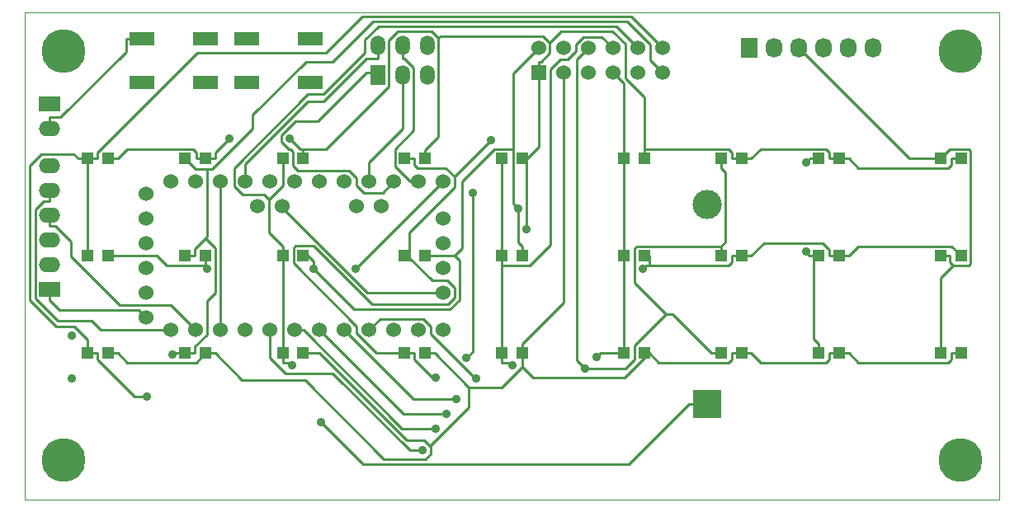
<source format=gbl>
G04 #@! TF.FileFunction,Copper,L2,Bot,Signal*
%FSLAX46Y46*%
G04 Gerber Fmt 4.6, Leading zero omitted, Abs format (unit mm)*
G04 Created by KiCad (PCBNEW 4.0.0-stable) date 21/02/2016 17:37:39*
%MOMM*%
G01*
G04 APERTURE LIST*
%ADD10C,0.150000*%
%ADD11C,0.100000*%
%ADD12C,4.500880*%
%ADD13R,2.199640X1.524000*%
%ADD14O,2.199640X1.524000*%
%ADD15R,1.524000X1.524000*%
%ADD16C,1.524000*%
%ADD17R,1.524000X1.998980*%
%ADD18O,1.524000X1.998980*%
%ADD19R,1.727200X2.032000*%
%ADD20O,1.727200X2.032000*%
%ADD21R,1.198880X1.198880*%
%ADD22C,2.999740*%
%ADD23R,2.997200X2.997200*%
%ADD24R,2.499360X1.397000*%
%ADD25C,0.899160*%
%ADD26C,0.889000*%
%ADD27C,0.254000*%
G04 APERTURE END LIST*
D10*
D11*
X100000000Y0D02*
X0Y0D01*
X100000000Y50000000D02*
X100000000Y0D01*
X0Y50000000D02*
X100000000Y50000000D01*
X0Y0D02*
X0Y50000000D01*
D12*
X4000000Y46000000D03*
X4000000Y4000000D03*
X96000000Y46000000D03*
X96000000Y4000000D03*
D13*
X2540000Y21590000D03*
D14*
X2540000Y24130000D03*
X2540000Y26670000D03*
X2540000Y29210000D03*
X2540000Y31750000D03*
X2540000Y34290000D03*
D13*
X2540000Y40640000D03*
D14*
X2540000Y38100000D03*
D15*
X52705000Y43815000D03*
D16*
X52705000Y46355000D03*
X55245000Y43815000D03*
X55245000Y46355000D03*
X57785000Y43815000D03*
X57785000Y46355000D03*
X60325000Y43815000D03*
X60325000Y46355000D03*
X62865000Y43815000D03*
X62865000Y46355000D03*
X65405000Y43815000D03*
X65405000Y46355000D03*
D17*
X36195000Y43566080D03*
D18*
X36195000Y46603920D03*
X38735000Y43566080D03*
X38735000Y46603920D03*
X41275000Y43566080D03*
X41275000Y46603920D03*
D19*
X74295000Y46355000D03*
D20*
X76835000Y46355000D03*
X79375000Y46355000D03*
X81915000Y46355000D03*
X84455000Y46355000D03*
X86995000Y46355000D03*
D16*
X17526000Y17399000D03*
X20066000Y17399000D03*
X22606000Y17399000D03*
X14986000Y17399000D03*
X25146000Y17399000D03*
X27686000Y17399000D03*
X30226000Y17399000D03*
X32766000Y17399000D03*
X35306000Y17399000D03*
X37846000Y17399000D03*
X40386000Y17399000D03*
X42926000Y17399000D03*
X42926000Y21209000D03*
X42926000Y23749000D03*
X42926000Y26289000D03*
X42926000Y28829000D03*
X42926000Y32639000D03*
X40386000Y32639000D03*
X37846000Y32639000D03*
X35306000Y32639000D03*
X32766000Y32639000D03*
X30226000Y32639000D03*
X27686000Y32639000D03*
X25146000Y32639000D03*
X22606000Y32639000D03*
X20066000Y32639000D03*
X17526000Y32639000D03*
X14986000Y32639000D03*
X12446000Y18669000D03*
X12446000Y23749000D03*
X12446000Y26289000D03*
X12446000Y28829000D03*
X12446000Y31369000D03*
X36576000Y30099000D03*
X34036000Y30099000D03*
X26416000Y30099000D03*
X23876000Y30099000D03*
X12446000Y21209000D03*
D21*
X93950980Y35000000D03*
X96049020Y35000000D03*
X6450980Y15000000D03*
X8549020Y15000000D03*
X16450980Y15000000D03*
X18549020Y15000000D03*
X26450980Y15000000D03*
X28549020Y15000000D03*
X93950980Y15000000D03*
X96049020Y15000000D03*
X6450980Y25000000D03*
X8549020Y25000000D03*
X16450980Y25000000D03*
X18549020Y25000000D03*
X26450980Y25000000D03*
X28549020Y25000000D03*
X93950980Y25000000D03*
X96049020Y25000000D03*
X6450980Y35000000D03*
X8549020Y35000000D03*
X16450980Y35000000D03*
X18549020Y35000000D03*
X26450980Y35000000D03*
X28549020Y35000000D03*
X38950980Y15000000D03*
X41049020Y15000000D03*
X48950980Y15000000D03*
X51049020Y15000000D03*
X38950980Y25000000D03*
X41049020Y25000000D03*
X48950980Y25000000D03*
X51049020Y25000000D03*
X38950980Y35000000D03*
X41049020Y35000000D03*
X48950980Y35000000D03*
X51049020Y35000000D03*
X81450980Y35000000D03*
X83549020Y35000000D03*
X71450980Y35000000D03*
X73549020Y35000000D03*
X61450980Y35000000D03*
X63549020Y35000000D03*
X81450980Y25000000D03*
X83549020Y25000000D03*
X71450980Y25000000D03*
X73549020Y25000000D03*
X61450980Y25000000D03*
X63549020Y25000000D03*
X81450980Y15000000D03*
X83549020Y15000000D03*
X71450980Y15000000D03*
X73549020Y15000000D03*
X61450980Y15000000D03*
X63549020Y15000000D03*
D22*
X70000000Y30283200D03*
D23*
X70000000Y9785400D03*
D24*
X11991340Y42834560D03*
X11991340Y47335440D03*
X18491200Y42834560D03*
X18491200Y47335440D03*
X22786340Y42834560D03*
X22786340Y47335440D03*
X29286200Y42834560D03*
X29286200Y47335440D03*
D25*
X4843780Y16804640D03*
X4843780Y12405360D03*
D26*
X45950300Y31440500D03*
X45325400Y14523400D03*
X80138800Y25453200D03*
X80138800Y34610500D03*
X57466100Y13395600D03*
X58645500Y14590200D03*
X50025800Y13744700D03*
X42111000Y12500000D03*
X47812400Y36839900D03*
X27443300Y13772100D03*
X15117300Y14870700D03*
X12491400Y10523300D03*
X27149000Y37071100D03*
X20950000Y37071100D03*
X51467400Y27768400D03*
X63413500Y23701700D03*
X50628600Y29830400D03*
X29632100Y23690900D03*
X18667000Y23690900D03*
X30423500Y7905000D03*
X33922400Y23635400D03*
X46302100Y12403500D03*
X44237500Y10290500D03*
X43211400Y8792000D03*
X42163800Y7275800D03*
X40797500Y5028200D03*
D27*
X36195000Y46355000D02*
X36195000Y45223100D01*
X35063200Y45223100D02*
X36195000Y45223100D01*
X30676000Y40835900D02*
X35063200Y45223100D01*
X29016000Y40835900D02*
X30676000Y40835900D01*
X22606000Y34425900D02*
X29016000Y40835900D01*
X22606000Y32639000D02*
X22606000Y34425900D01*
X30055000Y38818300D02*
X35051700Y43815000D01*
X27722900Y38818300D02*
X30055000Y38818300D01*
X26291900Y37387300D02*
X27722900Y38818300D01*
X26291900Y36742700D02*
X26291900Y37387300D01*
X37846000Y32639000D02*
X36693400Y31486400D01*
X36195000Y43815000D02*
X35051700Y43815000D01*
X27053800Y35980800D02*
X26291900Y36742700D01*
X27265900Y35980800D02*
X27053800Y35980800D01*
X27520300Y35726400D02*
X27265900Y35980800D01*
X27520300Y34290500D02*
X27520300Y35726400D01*
X28028400Y33782400D02*
X27520300Y34290500D01*
X33275300Y33782400D02*
X28028400Y33782400D01*
X34036000Y33021700D02*
X33275300Y33782400D01*
X34036000Y32260900D02*
X34036000Y33021700D01*
X34810500Y31486400D02*
X34036000Y32260900D01*
X36693400Y31486400D02*
X34810500Y31486400D01*
X45950300Y15148300D02*
X45325400Y14523400D01*
X45950300Y31440500D02*
X45950300Y15148300D01*
X38971800Y45223100D02*
X38735000Y45223100D01*
X39893500Y44301400D02*
X38971800Y45223100D01*
X39893500Y37904100D02*
X39893500Y44301400D01*
X37970200Y35980800D02*
X39893500Y37904100D01*
X37970200Y34188300D02*
X37970200Y35980800D01*
X39519500Y32639000D02*
X37970200Y34188300D01*
X40386000Y32639000D02*
X39519500Y32639000D01*
X38735000Y46355000D02*
X38735000Y45223100D01*
X35306000Y34605800D02*
X35306000Y32639000D01*
X38735000Y38034800D02*
X35306000Y34605800D01*
X38735000Y43815000D02*
X38735000Y38034800D01*
X26416000Y29956300D02*
X26416000Y30099000D01*
X35163300Y21209000D02*
X26416000Y29956300D01*
X42926000Y21209000D02*
X35163300Y21209000D01*
X20066000Y17399000D02*
X20066000Y32639000D01*
X90730000Y35000000D02*
X79375000Y46355000D01*
X93951000Y35000000D02*
X90730000Y35000000D01*
X93951000Y35000000D02*
X94931800Y35980800D01*
X94931800Y35980800D02*
X96816400Y35980800D01*
X96816400Y35980800D02*
X97032900Y35764300D01*
X97032900Y35764300D02*
X97032900Y24209200D01*
X97032900Y24209200D02*
X96843000Y24019300D01*
X96843000Y24019300D02*
X95268700Y24019300D01*
X95268700Y24019300D02*
X94931700Y24356300D01*
X93951000Y25000000D02*
X94931700Y25000000D01*
X94931700Y24356300D02*
X94931700Y25000000D01*
X95268700Y24019300D02*
X93951000Y22701600D01*
X93951000Y22701600D02*
X93951000Y15000000D01*
X80138800Y25331500D02*
X80138800Y25453200D01*
X80470300Y25000000D02*
X80138800Y25331500D01*
X80470300Y34942000D02*
X80138800Y34610500D01*
X80470300Y35000000D02*
X80470300Y34942000D01*
X81451000Y35000000D02*
X80470300Y35000000D01*
X81451000Y25000000D02*
X80960700Y25000000D01*
X80960700Y25000000D02*
X80470300Y25000000D01*
X80960700Y25000000D02*
X80960700Y16471000D01*
X80960700Y16471000D02*
X81451000Y15980700D01*
X81451000Y15000000D02*
X81451000Y15980700D01*
X56626500Y45196500D02*
X57785000Y46355000D01*
X56626500Y14235200D02*
X56626500Y45196500D01*
X57466100Y13395600D02*
X56626500Y14235200D01*
X61590600Y13395600D02*
X57466100Y13395600D01*
X62568200Y14373200D02*
X61590600Y13395600D01*
X62568200Y15795400D02*
X62568200Y14373200D01*
X65792100Y19019300D02*
X62568200Y15795400D01*
X65792100Y19019300D02*
X62568200Y22243200D01*
X66451000Y19019300D02*
X65792100Y19019300D01*
X70470300Y15000000D02*
X66451000Y19019300D01*
X62568200Y22243200D02*
X62568200Y25767400D01*
X62568200Y25767400D02*
X62781500Y25980700D01*
X62781500Y25980700D02*
X71451000Y25980700D01*
X71451000Y25980700D02*
X71907700Y26437400D01*
X71907700Y26437400D02*
X71907700Y33562600D01*
X71907700Y33562600D02*
X71451000Y34019300D01*
X71451000Y35000000D02*
X71451000Y34019300D01*
X71451000Y25000000D02*
X71451000Y25980700D01*
X71451000Y15000000D02*
X70470300Y15000000D01*
X60325000Y43815000D02*
X61451000Y42689000D01*
X61451000Y42689000D02*
X61451000Y35000000D01*
X61451000Y35000000D02*
X61451000Y25980700D01*
X61451000Y25000000D02*
X61451000Y25980700D01*
X61451000Y25000000D02*
X61451000Y15000000D01*
X59055300Y15000000D02*
X58645500Y14590200D01*
X61451000Y15000000D02*
X59055300Y15000000D01*
X59175500Y47504500D02*
X60325000Y46355000D01*
X57296100Y47504500D02*
X59175500Y47504500D01*
X56515000Y46723400D02*
X57296100Y47504500D01*
X56515000Y46008200D02*
X56515000Y46723400D01*
X55718400Y45211600D02*
X56515000Y46008200D01*
X54969500Y45211600D02*
X55718400Y45211600D01*
X53897300Y44139400D02*
X54969500Y45211600D01*
X53897300Y26090600D02*
X53897300Y44139400D01*
X51816000Y24009300D02*
X53897300Y26090600D01*
X48951000Y24009300D02*
X51816000Y24009300D01*
X48951000Y15980700D02*
X48951000Y24009300D01*
X48951000Y35000000D02*
X48951000Y25000000D01*
X48951000Y24009300D02*
X48951000Y25000000D01*
X48951000Y15000000D02*
X48951000Y15980700D01*
X49751200Y14019300D02*
X50025800Y13744700D01*
X48951000Y14019300D02*
X49751200Y14019300D01*
X48951000Y15000000D02*
X48951000Y14019300D01*
X41781000Y12500000D02*
X42111000Y12500000D01*
X47812400Y36839900D02*
X44099000Y33126500D01*
X44099000Y33126500D02*
X43206200Y34019300D01*
X44099000Y32033800D02*
X44099000Y33126500D01*
X39441400Y27376200D02*
X44099000Y32033800D01*
X43206200Y34019300D02*
X40268700Y34019300D01*
X40268700Y34019300D02*
X39931700Y34356300D01*
X39931700Y34356300D02*
X39931700Y35000000D01*
X38951000Y35000000D02*
X39931700Y35000000D01*
X38951000Y25000000D02*
X39441400Y25000000D01*
X39441400Y25000000D02*
X39441400Y27376200D01*
X39441400Y24811900D02*
X39441400Y25000000D01*
X41774300Y22479000D02*
X39441400Y24811900D01*
X43342300Y22479000D02*
X41774300Y22479000D01*
X44075800Y21745500D02*
X43342300Y22479000D01*
X44075800Y20702500D02*
X44075800Y21745500D01*
X43416100Y20042800D02*
X44075800Y20702500D01*
X35610500Y20042800D02*
X43416100Y20042800D01*
X29648800Y26004500D02*
X35610500Y20042800D01*
X27769200Y26004500D02*
X29648800Y26004500D01*
X27566100Y25801400D02*
X27769200Y26004500D01*
X27566100Y24244900D02*
X27566100Y25801400D01*
X34036000Y17775000D02*
X27566100Y24244900D01*
X34036000Y17041100D02*
X34036000Y17775000D01*
X36077100Y15000000D02*
X34036000Y17041100D01*
X38951000Y15000000D02*
X36077100Y15000000D01*
X39931700Y14349300D02*
X41781000Y12500000D01*
X39931700Y15000000D02*
X39931700Y14349300D01*
X38951000Y15000000D02*
X39931700Y15000000D01*
X62865000Y46355000D02*
X60655200Y48564800D01*
X60655200Y48564800D02*
X36273900Y48564800D01*
X36273900Y48564800D02*
X34902900Y47193800D01*
X34902900Y47193800D02*
X34902900Y45888400D01*
X34902900Y45888400D02*
X30610200Y41595700D01*
X30610200Y41595700D02*
X29012800Y41595700D01*
X29012800Y41595700D02*
X21450300Y34033200D01*
X21450300Y34033200D02*
X21450300Y32175000D01*
X21450300Y32175000D02*
X22303400Y31321900D01*
X22303400Y31321900D02*
X24541500Y31321900D01*
X24541500Y31321900D02*
X25037200Y30826200D01*
X25037200Y30826200D02*
X26451000Y32240000D01*
X25037200Y27394500D02*
X25037200Y30826200D01*
X26451000Y25980700D02*
X25037200Y27394500D01*
X26451000Y32240000D02*
X26451000Y35000000D01*
X26451000Y25000000D02*
X26451000Y25980700D01*
X26451000Y15000000D02*
X26451000Y25000000D01*
X26451000Y14509700D02*
X26451000Y15000000D01*
X27196100Y14019300D02*
X27443300Y13772100D01*
X26451000Y14019300D02*
X27196100Y14019300D01*
X26451000Y14509700D02*
X26451000Y14019300D01*
X64135000Y45085000D02*
X65405000Y43815000D01*
X64135000Y46701800D02*
X64135000Y45085000D01*
X61763700Y49073100D02*
X64135000Y46701800D01*
X35680700Y49073100D02*
X61763700Y49073100D01*
X31539800Y44932200D02*
X35680700Y49073100D01*
X28847000Y44932200D02*
X31539800Y44932200D01*
X23395000Y39480200D02*
X28847000Y44932200D01*
X23395000Y38066200D02*
X23395000Y39480200D01*
X19229600Y33900800D02*
X23395000Y38066200D01*
X18714600Y33900800D02*
X19229600Y33900800D01*
X19529800Y25829000D02*
X18547600Y26811200D01*
X19529800Y21228000D02*
X19529800Y25829000D01*
X18669400Y20367600D02*
X19529800Y21228000D01*
X18714600Y26978200D02*
X18547600Y26811200D01*
X18714600Y33900800D02*
X18714600Y26978200D01*
X18547600Y26811200D02*
X17431700Y25695300D01*
X17431700Y25695300D02*
X17431700Y25000000D01*
X15341000Y14870700D02*
X15470300Y15000000D01*
X15117300Y14870700D02*
X15341000Y14870700D01*
X18714600Y33900800D02*
X17550200Y33900800D01*
X17550200Y33900800D02*
X16451000Y35000000D01*
X16451000Y25000000D02*
X17431700Y25000000D01*
X18669400Y16925400D02*
X18669400Y20367600D01*
X17431700Y15687700D02*
X18669400Y16925400D01*
X15888700Y15000000D02*
X15470300Y15000000D01*
X15888700Y15000000D02*
X16451000Y15000000D01*
X16451000Y15000000D02*
X17431700Y15000000D01*
X17431700Y15000000D02*
X17431700Y15687700D01*
X62178500Y49581500D02*
X65405000Y46355000D01*
X34650700Y49581500D02*
X62178500Y49581500D01*
X30917300Y45848100D02*
X34650700Y49581500D01*
X17647200Y45848100D02*
X30917300Y45848100D01*
X7431700Y35632600D02*
X17647200Y45848100D01*
X7431700Y35000000D02*
X7431700Y35632600D01*
X6451000Y35000000D02*
X7431700Y35000000D01*
X6451000Y25000000D02*
X6451000Y35000000D01*
X5960700Y35000000D02*
X5470300Y35000000D01*
X5470300Y35000000D02*
X5022200Y35448100D01*
X5960700Y35000000D02*
X6451000Y35000000D01*
X5022200Y35448100D02*
X1708800Y35448100D01*
X1708800Y35448100D02*
X512700Y34252000D01*
X512700Y34252000D02*
X512700Y20493600D01*
X512700Y20493600D02*
X3222200Y17784100D01*
X3222200Y17784100D02*
X5044900Y17784100D01*
X5044900Y17784100D02*
X6451000Y16378000D01*
X6451000Y16378000D02*
X6451000Y15000000D01*
X11264800Y10523300D02*
X12491400Y10523300D01*
X7431700Y14356400D02*
X11264800Y10523300D01*
X7431700Y15000000D02*
X7431700Y14356400D01*
X6451000Y15000000D02*
X7431700Y15000000D01*
X10360300Y45980000D02*
X10360300Y47335400D01*
X3623600Y39243300D02*
X10360300Y45980000D01*
X2540000Y39243300D02*
X3623600Y39243300D01*
X2540000Y38100000D02*
X2540000Y39243300D01*
X11991300Y47335400D02*
X10360300Y47335400D01*
X11684400Y19430600D02*
X12446000Y18669000D01*
X3556100Y19430600D02*
X11684400Y19430600D01*
X2540000Y20446700D02*
X3556100Y19430600D01*
X2540000Y21590000D02*
X2540000Y20446700D01*
X83549000Y35000000D02*
X84529700Y35000000D01*
X83549000Y35000000D02*
X82568300Y35000000D01*
X84529700Y35000000D02*
X85510400Y34019300D01*
X85510400Y34019300D02*
X94731200Y34019300D01*
X94731200Y34019300D02*
X95068300Y34356400D01*
X82568300Y35643600D02*
X82568300Y35000000D01*
X95068300Y34356400D02*
X95068300Y35000000D01*
X82231200Y35980700D02*
X82568300Y35643600D01*
X75510400Y35980700D02*
X82231200Y35980700D01*
X74529700Y35000000D02*
X75510400Y35980700D01*
X73549000Y35000000D02*
X74529700Y35000000D01*
X73549000Y35000000D02*
X72568300Y35000000D01*
X72568300Y35000000D02*
X72568300Y35643600D01*
X72568300Y35643600D02*
X72231200Y35980700D01*
X72231200Y35980700D02*
X63549000Y35980700D01*
X63549000Y35980700D02*
X63549000Y41310000D01*
X63549000Y41310000D02*
X61595000Y43264000D01*
X61595000Y43264000D02*
X61595000Y46771000D01*
X61595000Y46771000D02*
X60309600Y48056400D01*
X60309600Y48056400D02*
X55054000Y48056400D01*
X55054000Y48056400D02*
X53858600Y46861000D01*
X53858600Y46861000D02*
X53172200Y47547400D01*
X53858600Y45826000D02*
X53858600Y46861000D01*
X52990900Y44958300D02*
X53858600Y45826000D01*
X52705000Y44958300D02*
X52990900Y44958300D01*
X53172200Y47547400D02*
X42644100Y47547400D01*
X42644100Y47547400D02*
X42439000Y47342300D01*
X41751500Y48029800D02*
X42439000Y47342300D01*
X42439000Y47342300D02*
X42439000Y37243600D01*
X42439000Y37243600D02*
X41049000Y35853600D01*
X38258400Y48029800D02*
X41751500Y48029800D01*
X37338400Y47109800D02*
X38258400Y48029800D01*
X37338400Y42399500D02*
X37338400Y47109800D01*
X30919600Y35980700D02*
X37338400Y42399500D01*
X28549000Y35980700D02*
X30919600Y35980700D01*
X28239400Y35980700D02*
X27149000Y37071100D01*
X28549000Y35980700D02*
X28239400Y35980700D01*
X19529700Y35650800D02*
X20950000Y37071100D01*
X19529700Y35000000D02*
X19529700Y35650800D01*
X63549000Y35000000D02*
X63549000Y35980700D01*
X41049000Y35000000D02*
X41049000Y35853600D01*
X51049000Y35000000D02*
X51539300Y35000000D01*
X51467400Y34928100D02*
X51467400Y27768400D01*
X51539300Y35000000D02*
X51467400Y34928100D01*
X52705000Y36165700D02*
X51539300Y35000000D01*
X28549000Y35000000D02*
X28549000Y35980700D01*
X18549000Y35000000D02*
X17568300Y35000000D01*
X18549000Y35000000D02*
X19529700Y35000000D01*
X17568300Y35000000D02*
X17568300Y35643600D01*
X17568300Y35643600D02*
X17231200Y35980700D01*
X10510400Y35980700D02*
X9529700Y35000000D01*
X17231200Y35980700D02*
X10510400Y35980700D01*
X8549000Y35000000D02*
X9529700Y35000000D01*
X96049000Y35000000D02*
X95068300Y35000000D01*
X52705000Y43815000D02*
X52705000Y36165700D01*
X52705000Y43815000D02*
X52705000Y44958300D01*
X83549000Y25000000D02*
X84529700Y25000000D01*
X83549000Y25000000D02*
X82568300Y25000000D01*
X82568300Y25643600D02*
X82568300Y25000000D01*
X84529700Y25000000D02*
X85510500Y25980800D01*
X81884700Y26327200D02*
X82568300Y25643600D01*
X85510500Y25980800D02*
X95068200Y25980800D01*
X75856900Y26327200D02*
X81884700Y26327200D01*
X74529700Y25000000D02*
X75856900Y26327200D01*
X73549000Y25000000D02*
X74529700Y25000000D01*
X73549000Y25000000D02*
X72568300Y25000000D01*
X72568300Y24356400D02*
X72568300Y25000000D01*
X72199500Y23987600D02*
X72568300Y24356400D01*
X64039400Y23987600D02*
X72199500Y23987600D01*
X63699400Y23987600D02*
X64039400Y23987600D01*
X63413500Y23701700D02*
X63699400Y23987600D01*
X50628600Y26401100D02*
X50628600Y29830400D01*
X51049000Y25980700D02*
X50628600Y26401100D01*
X50628600Y29830400D02*
X50068200Y30390800D01*
X50068200Y30390800D02*
X50068200Y35980800D01*
X48185400Y35980800D02*
X50068200Y35980800D01*
X50068200Y35980800D02*
X50068200Y43718200D01*
X44856200Y32651600D02*
X48185400Y35980800D01*
X44856200Y25787000D02*
X44856200Y32651600D01*
X44069200Y25000000D02*
X44856200Y25787000D01*
X44584100Y24485100D02*
X44069200Y25000000D01*
X44584100Y20492000D02*
X44584100Y24485100D01*
X43626600Y19534500D02*
X44584100Y20492000D01*
X33788500Y19534500D02*
X43626600Y19534500D01*
X29632100Y23690900D02*
X33788500Y19534500D01*
X29632100Y24407300D02*
X29632100Y23690900D01*
X14510100Y24019300D02*
X18549000Y24019300D01*
X18549000Y24019300D02*
X18549000Y23808900D01*
X13529400Y25000000D02*
X14510100Y24019300D01*
X18549000Y23808900D02*
X18667000Y23690900D01*
X63549000Y25000000D02*
X64039400Y25000000D01*
X64039400Y25000000D02*
X64039400Y23987600D01*
X44069200Y25000000D02*
X41049000Y25000000D01*
X51049000Y25000000D02*
X51049000Y25980700D01*
X28549000Y25000000D02*
X29039400Y25000000D01*
X29039400Y25000000D02*
X29632100Y24407300D01*
X18549000Y25000000D02*
X18549000Y24019300D01*
X8549000Y25000000D02*
X13529400Y25000000D01*
X95068200Y25980800D02*
X96049000Y25000000D01*
X50068200Y43718200D02*
X52705000Y46355000D01*
X83549000Y15000000D02*
X84529700Y15000000D01*
X83549000Y15000000D02*
X82568300Y15000000D01*
X82568300Y14356400D02*
X82568300Y15000000D01*
X82231200Y14019300D02*
X82568300Y14356400D01*
X75510400Y14019300D02*
X82231200Y14019300D01*
X74529700Y15000000D02*
X75510400Y14019300D01*
X85510400Y14019300D02*
X84529700Y15000000D01*
X94731200Y14019300D02*
X85510400Y14019300D01*
X95068300Y14356400D02*
X94731200Y14019300D01*
X95068300Y15000000D02*
X95068300Y14356400D01*
X73549000Y15000000D02*
X74529700Y15000000D01*
X73549000Y15000000D02*
X72568300Y15000000D01*
X72568300Y14356400D02*
X72568300Y15000000D01*
X72231200Y14019300D02*
X72568300Y14356400D01*
X65020100Y14019300D02*
X72231200Y14019300D01*
X63549000Y15000000D02*
X64039400Y15000000D01*
X64039400Y15000000D02*
X65020100Y14019300D01*
X64039400Y15000000D02*
X61550300Y12510900D01*
X61550300Y12510900D02*
X52137000Y12510900D01*
X52137000Y12510900D02*
X51049000Y13598900D01*
X48964600Y11514500D02*
X51049000Y13598900D01*
X45515200Y11514500D02*
X48964600Y11514500D01*
X45515200Y11514500D02*
X45515200Y9421800D01*
X42029700Y15000000D02*
X45515200Y11514500D01*
X45515200Y9421800D02*
X41551600Y5458200D01*
X41551600Y5458200D02*
X40926700Y6083000D01*
X41640800Y5368900D02*
X41551600Y5458200D01*
X41640800Y4678500D02*
X41640800Y5368900D01*
X41116900Y4154600D02*
X41640800Y4678500D01*
X36837800Y4154600D02*
X41116900Y4154600D01*
X28744400Y12248000D02*
X36837800Y4154600D01*
X22281700Y12248000D02*
X28744400Y12248000D01*
X19529700Y15000000D02*
X22281700Y12248000D01*
X40926700Y6083000D02*
X39165500Y6083000D01*
X39165500Y6083000D02*
X30248500Y15000000D01*
X30248500Y15000000D02*
X29529700Y15000000D01*
X51049000Y15000000D02*
X51049000Y15980700D01*
X51049000Y13598900D02*
X51049000Y15000000D01*
X55245000Y20176700D02*
X51049000Y15980700D01*
X41049000Y15000000D02*
X42029700Y15000000D01*
X28549000Y15000000D02*
X29529700Y15000000D01*
X8549000Y15000000D02*
X9529700Y15000000D01*
X9529700Y15000000D02*
X10510400Y14019300D01*
X18549000Y15000000D02*
X19529700Y15000000D01*
X17568300Y14019300D02*
X18549000Y15000000D01*
X10510400Y14019300D02*
X17568300Y14019300D01*
X96049000Y15000000D02*
X95068300Y15000000D01*
X55245000Y43815000D02*
X55245000Y20176700D01*
X3148700Y28066700D02*
X2540000Y28066700D01*
X4721500Y26493900D02*
X3148700Y28066700D01*
X4721500Y24979600D02*
X4721500Y26493900D01*
X9762100Y19939000D02*
X4721500Y24979600D01*
X14986000Y19939000D02*
X9762100Y19939000D01*
X17526000Y17399000D02*
X14986000Y19939000D01*
X2540000Y29210000D02*
X2540000Y28066700D01*
X1931300Y30606700D02*
X2540000Y30606700D01*
X1058500Y29733900D02*
X1931300Y30606700D01*
X1058500Y20666600D02*
X1058500Y29733900D01*
X3402000Y18323100D02*
X1058500Y20666600D01*
X6837200Y18323100D02*
X3402000Y18323100D01*
X7761300Y17399000D02*
X6837200Y18323100D01*
X14986000Y17399000D02*
X7761300Y17399000D01*
X2540000Y31750000D02*
X2540000Y30606700D01*
X70000000Y9785400D02*
X68120100Y9785400D01*
X34726800Y3601700D02*
X30423500Y7905000D01*
X61936400Y3601700D02*
X34726800Y3601700D01*
X68120100Y9785400D02*
X61936400Y3601700D01*
X42926000Y32639000D02*
X33922400Y23635400D01*
X46217900Y12403500D02*
X46302100Y12403500D01*
X41656000Y16965400D02*
X46217900Y12403500D01*
X41656000Y17752200D02*
X41656000Y16965400D01*
X40861200Y18547000D02*
X41656000Y17752200D01*
X36454000Y18547000D02*
X40861200Y18547000D01*
X35306000Y17399000D02*
X36454000Y18547000D01*
X39874500Y10290500D02*
X44237500Y10290500D01*
X32766000Y17399000D02*
X39874500Y10290500D01*
X38833000Y8792000D02*
X30226000Y17399000D01*
X43211400Y8792000D02*
X38833000Y8792000D01*
X38691700Y7275800D02*
X42163800Y7275800D01*
X28568500Y17399000D02*
X38691700Y7275800D01*
X27686000Y17399000D02*
X28568500Y17399000D01*
X39501400Y5028200D02*
X40797500Y5028200D01*
X31583400Y12946200D02*
X39501400Y5028200D01*
X26738900Y12946200D02*
X31583400Y12946200D01*
X25146000Y14539100D02*
X26738900Y12946200D01*
X25146000Y17399000D02*
X25146000Y14539100D01*
M02*

</source>
